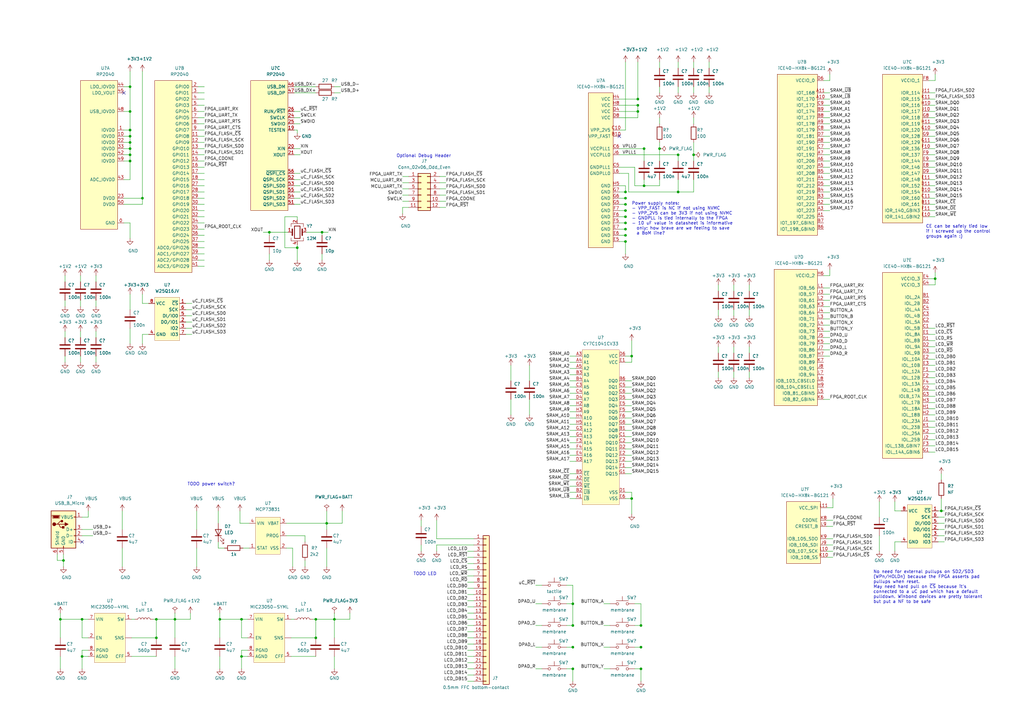
<source format=kicad_sch>
(kicad_sch (version 20210126) (generator eeschema)
  (paper "A3")
  (title_block (title "RISCBoy") (rev "B") (company "Luke Wren"))
  (junction (at 24.765 254) (diameter 0.9144))
  (junction (at 26.035 229.87) (diameter 0.9144))
  (junction (at 33.655 254) (diameter 0.9144))
  (junction (at 33.655 269.24) (diameter 0.9144))
  (junction (at 53.34 35.56) (diameter 0.9144))
  (junction (at 53.34 45.72) (diameter 0.9144))
  (junction (at 53.34 53.34) (diameter 0.9144))
  (junction (at 53.34 55.88) (diameter 0.9144))
  (junction (at 53.34 58.42) (diameter 0.9144))
  (junction (at 53.34 60.96) (diameter 0.9144))
  (junction (at 53.34 63.5) (diameter 0.9144))
  (junction (at 53.34 66.04) (diameter 0.9144))
  (junction (at 58.42 81.28) (diameter 0.9144))
  (junction (at 64.135 254) (diameter 0.9144))
  (junction (at 64.135 261.62) (diameter 0.9144))
  (junction (at 71.755 254) (diameter 0.9144))
  (junction (at 90.17 254) (diameter 0.9144))
  (junction (at 99.06 254) (diameter 0.9144))
  (junction (at 99.06 269.24) (diameter 0.9144))
  (junction (at 110.49 95.25) (diameter 0.9144))
  (junction (at 121.92 101.6) (diameter 0.9144))
  (junction (at 129.54 254) (diameter 0.9144))
  (junction (at 129.54 261.62) (diameter 0.9144))
  (junction (at 132.08 95.25) (diameter 0.9144))
  (junction (at 133.985 214.63) (diameter 0.9144))
  (junction (at 137.16 254) (diameter 0.9144))
  (junction (at 234.95 247.65) (diameter 0.9144))
  (junction (at 234.95 256.54) (diameter 0.9144))
  (junction (at 234.95 265.43) (diameter 0.9144))
  (junction (at 234.95 274.32) (diameter 0.9144))
  (junction (at 256.54 78.74) (diameter 0.9144))
  (junction (at 256.54 81.28) (diameter 0.9144))
  (junction (at 256.54 83.82) (diameter 0.9144))
  (junction (at 256.54 86.36) (diameter 0.9144))
  (junction (at 256.54 88.9) (diameter 0.9144))
  (junction (at 256.54 91.44) (diameter 0.9144))
  (junction (at 256.54 93.98) (diameter 0.9144))
  (junction (at 256.54 96.52) (diameter 0.9144))
  (junction (at 256.54 99.06) (diameter 0.9144))
  (junction (at 259.08 146.05) (diameter 0.9144))
  (junction (at 259.08 204.47) (diameter 0.9144))
  (junction (at 261.62 40.64) (diameter 0.9144))
  (junction (at 261.62 43.18) (diameter 0.9144))
  (junction (at 261.62 45.72) (diameter 0.9144))
  (junction (at 262.89 256.54) (diameter 0.9144))
  (junction (at 262.89 265.43) (diameter 0.9144))
  (junction (at 262.89 274.32) (diameter 0.9144))
  (junction (at 264.16 60.96) (diameter 0.9144))
  (junction (at 264.16 76.2) (diameter 0.9144))
  (junction (at 270.51 60.96) (diameter 0.9144))
  (junction (at 278.13 63.5) (diameter 0.9144))
  (junction (at 278.13 78.74) (diameter 0.9144))
  (junction (at 284.48 63.5) (diameter 0.9144))
  (junction (at 383.54 114.3) (diameter 0.9144))
  (junction (at 386.08 209.55) (diameter 0.9144))
  (no_connect (at 33.655 222.25))
  (no_connect (at 50.8 38.1))
  (no_connect (at 254 55.88))
  (wire (pts (xy 23.495 227.33) (xy 23.495 229.87)))
  (wire (pts (xy 23.495 229.87) (xy 26.035 229.87)))
  (wire (pts (xy 24.765 251.46) (xy 24.765 254)))
  (wire (pts (xy 24.765 254) (xy 24.765 261.62)))
  (wire (pts (xy 24.765 269.24) (xy 24.765 274.32)))
  (wire (pts (xy 26.035 227.33) (xy 26.035 229.87)))
  (wire (pts (xy 26.035 229.87) (xy 26.035 232.41)))
  (wire (pts (xy 26.67 113.03) (xy 26.67 115.57)))
  (wire (pts (xy 26.67 123.19) (xy 26.67 125.73)))
  (wire (pts (xy 26.67 135.89) (xy 26.67 138.43)))
  (wire (pts (xy 26.67 146.05) (xy 26.67 148.59)))
  (wire (pts (xy 33.02 113.03) (xy 33.02 115.57)))
  (wire (pts (xy 33.02 123.19) (xy 33.02 125.73)))
  (wire (pts (xy 33.02 135.89) (xy 33.02 138.43)))
  (wire (pts (xy 33.02 146.05) (xy 33.02 148.59)))
  (wire (pts (xy 33.655 212.09) (xy 36.195 212.09)))
  (wire (pts (xy 33.655 217.17) (xy 38.1 217.17)))
  (wire (pts (xy 33.655 219.71) (xy 38.1 219.71)))
  (wire (pts (xy 33.655 254) (xy 24.765 254)))
  (wire (pts (xy 33.655 254) (xy 36.195 254)))
  (wire (pts (xy 33.655 261.62) (xy 33.655 254)))
  (wire (pts (xy 33.655 266.7) (xy 36.195 266.7)))
  (wire (pts (xy 33.655 269.24) (xy 33.655 266.7)))
  (wire (pts (xy 33.655 269.24) (xy 33.655 274.32)))
  (wire (pts (xy 33.655 269.24) (xy 36.195 269.24)))
  (wire (pts (xy 36.195 209.55) (xy 36.195 212.09)))
  (wire (pts (xy 36.195 261.62) (xy 33.655 261.62)))
  (wire (pts (xy 39.37 113.03) (xy 39.37 115.57)))
  (wire (pts (xy 39.37 123.19) (xy 39.37 125.73)))
  (wire (pts (xy 39.37 135.89) (xy 39.37 138.43)))
  (wire (pts (xy 39.37 146.05) (xy 39.37 148.59)))
  (wire (pts (xy 50.165 209.55) (xy 50.165 217.17)))
  (wire (pts (xy 50.165 224.79) (xy 50.165 232.41)))
  (wire (pts (xy 50.8 35.56) (xy 53.34 35.56)))
  (wire (pts (xy 50.8 45.72) (xy 53.34 45.72)))
  (wire (pts (xy 50.8 53.34) (xy 53.34 53.34)))
  (wire (pts (xy 50.8 55.88) (xy 53.34 55.88)))
  (wire (pts (xy 50.8 58.42) (xy 53.34 58.42)))
  (wire (pts (xy 50.8 60.96) (xy 53.34 60.96)))
  (wire (pts (xy 50.8 63.5) (xy 53.34 63.5)))
  (wire (pts (xy 50.8 66.04) (xy 53.34 66.04)))
  (wire (pts (xy 50.8 73.66) (xy 53.34 73.66)))
  (wire (pts (xy 50.8 91.44) (xy 53.34 91.44)))
  (wire (pts (xy 53.34 29.21) (xy 53.34 35.56)))
  (wire (pts (xy 53.34 45.72) (xy 53.34 35.56)))
  (wire (pts (xy 53.34 53.34) (xy 53.34 45.72)))
  (wire (pts (xy 53.34 55.88) (xy 53.34 53.34)))
  (wire (pts (xy 53.34 58.42) (xy 53.34 55.88)))
  (wire (pts (xy 53.34 60.96) (xy 53.34 58.42)))
  (wire (pts (xy 53.34 63.5) (xy 53.34 60.96)))
  (wire (pts (xy 53.34 66.04) (xy 53.34 63.5)))
  (wire (pts (xy 53.34 73.66) (xy 53.34 66.04)))
  (wire (pts (xy 53.34 91.44) (xy 53.34 97.79)))
  (wire (pts (xy 53.34 120.65) (xy 53.34 127)))
  (wire (pts (xy 53.34 134.62) (xy 53.34 140.97)))
  (wire (pts (xy 53.975 254) (xy 55.245 254)))
  (wire (pts (xy 53.975 261.62) (xy 64.135 261.62)))
  (wire (pts (xy 53.975 269.24) (xy 64.135 269.24)))
  (wire (pts (xy 58.42 29.21) (xy 58.42 81.28)))
  (wire (pts (xy 58.42 81.28) (xy 50.8 81.28)))
  (wire (pts (xy 58.42 81.28) (xy 58.42 83.82)))
  (wire (pts (xy 58.42 83.82) (xy 50.8 83.82)))
  (wire (pts (xy 58.42 120.65) (xy 58.42 124.46)))
  (wire (pts (xy 58.42 137.16) (xy 58.42 140.97)))
  (wire (pts (xy 60.96 124.46) (xy 58.42 124.46)))
  (wire (pts (xy 60.96 137.16) (xy 58.42 137.16)))
  (wire (pts (xy 62.865 254) (xy 64.135 254)))
  (wire (pts (xy 64.135 261.62) (xy 64.135 254)))
  (wire (pts (xy 71.755 251.46) (xy 71.755 254)))
  (wire (pts (xy 71.755 254) (xy 64.135 254)))
  (wire (pts (xy 71.755 254) (xy 71.755 261.62)))
  (wire (pts (xy 71.755 254) (xy 78.105 254)))
  (wire (pts (xy 71.755 269.24) (xy 71.755 274.32)))
  (wire (pts (xy 76.2 124.46) (xy 78.74 124.46)))
  (wire (pts (xy 76.2 127) (xy 78.74 127)))
  (wire (pts (xy 76.2 129.54) (xy 78.74 129.54)))
  (wire (pts (xy 76.2 132.08) (xy 78.74 132.08)))
  (wire (pts (xy 76.2 134.62) (xy 78.74 134.62)))
  (wire (pts (xy 76.2 137.16) (xy 78.74 137.16)))
  (wire (pts (xy 78.105 251.46) (xy 78.105 254)))
  (wire (pts (xy 80.645 209.55) (xy 80.645 217.17)))
  (wire (pts (xy 80.645 224.79) (xy 80.645 232.41)))
  (wire (pts (xy 81.28 35.56) (xy 83.82 35.56)))
  (wire (pts (xy 81.28 38.1) (xy 83.82 38.1)))
  (wire (pts (xy 81.28 40.64) (xy 83.82 40.64)))
  (wire (pts (xy 81.28 43.18) (xy 83.82 43.18)))
  (wire (pts (xy 81.28 45.72) (xy 83.82 45.72)))
  (wire (pts (xy 81.28 48.26) (xy 83.82 48.26)))
  (wire (pts (xy 81.28 50.8) (xy 83.82 50.8)))
  (wire (pts (xy 81.28 53.34) (xy 83.82 53.34)))
  (wire (pts (xy 81.28 55.88) (xy 83.82 55.88)))
  (wire (pts (xy 81.28 58.42) (xy 83.82 58.42)))
  (wire (pts (xy 81.28 60.96) (xy 83.82 60.96)))
  (wire (pts (xy 81.28 63.5) (xy 83.82 63.5)))
  (wire (pts (xy 81.28 66.04) (xy 83.82 66.04)))
  (wire (pts (xy 81.28 68.58) (xy 83.82 68.58)))
  (wire (pts (xy 81.28 71.12) (xy 83.82 71.12)))
  (wire (pts (xy 81.28 73.66) (xy 83.82 73.66)))
  (wire (pts (xy 81.28 76.2) (xy 83.82 76.2)))
  (wire (pts (xy 81.28 78.74) (xy 83.82 78.74)))
  (wire (pts (xy 81.28 81.28) (xy 83.82 81.28)))
  (wire (pts (xy 81.28 83.82) (xy 83.82 83.82)))
  (wire (pts (xy 81.28 86.36) (xy 83.82 86.36)))
  (wire (pts (xy 81.28 88.9) (xy 83.82 88.9)))
  (wire (pts (xy 81.28 91.44) (xy 83.82 91.44)))
  (wire (pts (xy 81.28 93.98) (xy 83.82 93.98)))
  (wire (pts (xy 81.28 96.52) (xy 83.82 96.52)))
  (wire (pts (xy 81.28 99.06) (xy 83.82 99.06)))
  (wire (pts (xy 81.28 101.6) (xy 83.82 101.6)))
  (wire (pts (xy 81.28 104.14) (xy 83.82 104.14)))
  (wire (pts (xy 81.28 106.68) (xy 83.82 106.68)))
  (wire (pts (xy 81.28 109.22) (xy 83.82 109.22)))
  (wire (pts (xy 89.535 209.55) (xy 89.535 214.63)))
  (wire (pts (xy 89.535 224.79) (xy 89.535 222.25)))
  (wire (pts (xy 90.17 251.46) (xy 90.17 254)))
  (wire (pts (xy 90.17 254) (xy 90.17 261.62)))
  (wire (pts (xy 90.17 269.24) (xy 90.17 274.32)))
  (wire (pts (xy 92.075 224.79) (xy 89.535 224.79)))
  (wire (pts (xy 98.425 209.55) (xy 98.425 214.63)))
  (wire (pts (xy 98.425 214.63) (xy 102.235 214.63)))
  (wire (pts (xy 99.06 254) (xy 90.17 254)))
  (wire (pts (xy 99.06 254) (xy 101.6 254)))
  (wire (pts (xy 99.06 261.62) (xy 99.06 254)))
  (wire (pts (xy 99.06 266.7) (xy 101.6 266.7)))
  (wire (pts (xy 99.06 269.24) (xy 99.06 266.7)))
  (wire (pts (xy 99.06 269.24) (xy 99.06 274.32)))
  (wire (pts (xy 99.06 269.24) (xy 101.6 269.24)))
  (wire (pts (xy 99.695 224.79) (xy 102.235 224.79)))
  (wire (pts (xy 101.6 261.62) (xy 99.06 261.62)))
  (wire (pts (xy 107.95 95.25) (xy 110.49 95.25)))
  (wire (pts (xy 110.49 95.25) (xy 118.11 95.25)))
  (wire (pts (xy 110.49 96.52) (xy 110.49 95.25)))
  (wire (pts (xy 110.49 104.14) (xy 110.49 106.68)))
  (wire (pts (xy 116.84 88.9) (xy 116.84 101.6)))
  (wire (pts (xy 116.84 101.6) (xy 121.92 101.6)))
  (wire (pts (xy 117.475 214.63) (xy 133.985 214.63)))
  (wire (pts (xy 117.475 219.71) (xy 125.095 219.71)))
  (wire (pts (xy 117.475 224.79) (xy 120.015 224.79)))
  (wire (pts (xy 119.38 254) (xy 120.65 254)))
  (wire (pts (xy 119.38 261.62) (xy 129.54 261.62)))
  (wire (pts (xy 119.38 269.24) (xy 129.54 269.24)))
  (wire (pts (xy 120.015 224.79) (xy 120.015 232.41)))
  (wire (pts (xy 120.65 35.56) (xy 129.54 35.56)))
  (wire (pts (xy 120.65 38.1) (xy 129.54 38.1)))
  (wire (pts (xy 120.65 45.72) (xy 123.19 45.72)))
  (wire (pts (xy 120.65 48.26) (xy 123.19 48.26)))
  (wire (pts (xy 120.65 50.8) (xy 123.19 50.8)))
  (wire (pts (xy 120.65 53.34) (xy 121.92 53.34)))
  (wire (pts (xy 120.65 60.96) (xy 123.19 60.96)))
  (wire (pts (xy 120.65 63.5) (xy 123.19 63.5)))
  (wire (pts (xy 120.65 71.12) (xy 123.19 71.12)))
  (wire (pts (xy 120.65 73.66) (xy 123.19 73.66)))
  (wire (pts (xy 120.65 76.2) (xy 123.19 76.2)))
  (wire (pts (xy 120.65 78.74) (xy 123.19 78.74)))
  (wire (pts (xy 120.65 81.28) (xy 123.19 81.28)))
  (wire (pts (xy 120.65 83.82) (xy 123.19 83.82)))
  (wire (pts (xy 121.92 53.34) (xy 121.92 54.61)))
  (wire (pts (xy 121.92 88.9) (xy 116.84 88.9)))
  (wire (pts (xy 121.92 90.17) (xy 121.92 88.9)))
  (wire (pts (xy 121.92 100.33) (xy 121.92 101.6)))
  (wire (pts (xy 121.92 101.6) (xy 121.92 106.68)))
  (wire (pts (xy 125.095 219.71) (xy 125.095 222.25)))
  (wire (pts (xy 125.095 229.87) (xy 125.095 232.41)))
  (wire (pts (xy 125.73 95.25) (xy 132.08 95.25)))
  (wire (pts (xy 128.27 254) (xy 129.54 254)))
  (wire (pts (xy 129.54 261.62) (xy 129.54 254)))
  (wire (pts (xy 132.08 95.25) (xy 132.08 96.52)))
  (wire (pts (xy 132.08 95.25) (xy 134.62 95.25)))
  (wire (pts (xy 132.08 104.14) (xy 132.08 106.68)))
  (wire (pts (xy 133.985 209.55) (xy 133.985 214.63)))
  (wire (pts (xy 133.985 214.63) (xy 133.985 217.17)))
  (wire (pts (xy 133.985 214.63) (xy 140.335 214.63)))
  (wire (pts (xy 133.985 224.79) (xy 133.985 232.41)))
  (wire (pts (xy 137.16 35.56) (xy 139.7 35.56)))
  (wire (pts (xy 137.16 38.1) (xy 139.7 38.1)))
  (wire (pts (xy 137.16 251.46) (xy 137.16 254)))
  (wire (pts (xy 137.16 254) (xy 129.54 254)))
  (wire (pts (xy 137.16 254) (xy 137.16 261.62)))
  (wire (pts (xy 137.16 254) (xy 143.51 254)))
  (wire (pts (xy 137.16 269.24) (xy 137.16 274.32)))
  (wire (pts (xy 140.335 209.55) (xy 140.335 214.63)))
  (wire (pts (xy 143.51 251.46) (xy 143.51 254)))
  (wire (pts (xy 165.1 72.39) (xy 167.64 72.39)))
  (wire (pts (xy 165.1 74.93) (xy 167.64 74.93)))
  (wire (pts (xy 165.1 77.47) (xy 167.64 77.47)))
  (wire (pts (xy 165.1 82.55) (xy 167.64 82.55)))
  (wire (pts (xy 165.1 85.09) (xy 165.1 87.63)))
  (wire (pts (xy 167.64 80.01) (xy 165.1 80.01)))
  (wire (pts (xy 167.64 85.09) (xy 165.1 85.09)))
  (wire (pts (xy 172.72 213.36) (xy 172.72 215.9)))
  (wire (pts (xy 172.72 223.52) (xy 172.72 226.06)))
  (wire (pts (xy 179.07 213.36) (xy 179.07 220.98)))
  (wire (pts (xy 179.07 220.98) (xy 194.31 220.98)))
  (wire (pts (xy 179.07 223.52) (xy 179.07 226.06)))
  (wire (pts (xy 180.34 72.39) (xy 182.88 72.39)))
  (wire (pts (xy 180.34 74.93) (xy 182.88 74.93)))
  (wire (pts (xy 180.34 77.47) (xy 182.88 77.47)))
  (wire (pts (xy 180.34 80.01) (xy 182.88 80.01)))
  (wire (pts (xy 180.34 82.55) (xy 182.88 82.55)))
  (wire (pts (xy 180.34 85.09) (xy 182.88 85.09)))
  (wire (pts (xy 191.77 226.06) (xy 194.31 226.06)))
  (wire (pts (xy 191.77 228.6) (xy 194.31 228.6)))
  (wire (pts (xy 191.77 231.14) (xy 194.31 231.14)))
  (wire (pts (xy 191.77 233.68) (xy 194.31 233.68)))
  (wire (pts (xy 191.77 236.22) (xy 194.31 236.22)))
  (wire (pts (xy 191.77 238.76) (xy 194.31 238.76)))
  (wire (pts (xy 191.77 241.3) (xy 194.31 241.3)))
  (wire (pts (xy 191.77 243.84) (xy 194.31 243.84)))
  (wire (pts (xy 191.77 246.38) (xy 194.31 246.38)))
  (wire (pts (xy 191.77 248.92) (xy 194.31 248.92)))
  (wire (pts (xy 191.77 251.46) (xy 194.31 251.46)))
  (wire (pts (xy 191.77 254) (xy 194.31 254)))
  (wire (pts (xy 191.77 256.54) (xy 194.31 256.54)))
  (wire (pts (xy 191.77 259.08) (xy 194.31 259.08)))
  (wire (pts (xy 191.77 261.62) (xy 194.31 261.62)))
  (wire (pts (xy 191.77 264.16) (xy 194.31 264.16)))
  (wire (pts (xy 191.77 266.7) (xy 194.31 266.7)))
  (wire (pts (xy 191.77 269.24) (xy 194.31 269.24)))
  (wire (pts (xy 191.77 271.78) (xy 194.31 271.78)))
  (wire (pts (xy 191.77 274.32) (xy 194.31 274.32)))
  (wire (pts (xy 191.77 276.86) (xy 194.31 276.86)))
  (wire (pts (xy 191.77 279.4) (xy 194.31 279.4)))
  (wire (pts (xy 194.31 223.52) (xy 179.07 223.52)))
  (wire (pts (xy 209.55 149.86) (xy 209.55 156.21)))
  (wire (pts (xy 209.55 163.83) (xy 209.55 170.18)))
  (wire (pts (xy 217.17 149.86) (xy 217.17 156.21)))
  (wire (pts (xy 217.17 163.83) (xy 217.17 170.18)))
  (wire (pts (xy 219.71 240.03) (xy 222.25 240.03)))
  (wire (pts (xy 219.71 247.65) (xy 222.25 247.65)))
  (wire (pts (xy 219.71 256.54) (xy 222.25 256.54)))
  (wire (pts (xy 219.71 265.43) (xy 222.25 265.43)))
  (wire (pts (xy 219.71 274.32) (xy 222.25 274.32)))
  (wire (pts (xy 232.41 240.03) (xy 234.95 240.03)))
  (wire (pts (xy 232.41 247.65) (xy 234.95 247.65)))
  (wire (pts (xy 232.41 256.54) (xy 234.95 256.54)))
  (wire (pts (xy 232.41 265.43) (xy 234.95 265.43)))
  (wire (pts (xy 232.41 274.32) (xy 234.95 274.32)))
  (wire (pts (xy 233.68 146.05) (xy 236.22 146.05)))
  (wire (pts (xy 233.68 148.59) (xy 236.22 148.59)))
  (wire (pts (xy 233.68 151.13) (xy 236.22 151.13)))
  (wire (pts (xy 233.68 153.67) (xy 236.22 153.67)))
  (wire (pts (xy 233.68 156.21) (xy 236.22 156.21)))
  (wire (pts (xy 233.68 158.75) (xy 236.22 158.75)))
  (wire (pts (xy 233.68 161.29) (xy 236.22 161.29)))
  (wire (pts (xy 233.68 163.83) (xy 236.22 163.83)))
  (wire (pts (xy 233.68 166.37) (xy 236.22 166.37)))
  (wire (pts (xy 233.68 168.91) (xy 236.22 168.91)))
  (wire (pts (xy 233.68 171.45) (xy 236.22 171.45)))
  (wire (pts (xy 233.68 173.99) (xy 236.22 173.99)))
  (wire (pts (xy 233.68 176.53) (xy 236.22 176.53)))
  (wire (pts (xy 233.68 179.07) (xy 236.22 179.07)))
  (wire (pts (xy 233.68 181.61) (xy 236.22 181.61)))
  (wire (pts (xy 233.68 184.15) (xy 236.22 184.15)))
  (wire (pts (xy 233.68 186.69) (xy 236.22 186.69)))
  (wire (pts (xy 233.68 189.23) (xy 236.22 189.23)))
  (wire (pts (xy 233.68 194.31) (xy 236.22 194.31)))
  (wire (pts (xy 233.68 196.85) (xy 236.22 196.85)))
  (wire (pts (xy 233.68 199.39) (xy 236.22 199.39)))
  (wire (pts (xy 233.68 201.93) (xy 236.22 201.93)))
  (wire (pts (xy 233.68 204.47) (xy 236.22 204.47)))
  (wire (pts (xy 234.95 240.03) (xy 234.95 247.65)))
  (wire (pts (xy 234.95 247.65) (xy 234.95 274.32)))
  (wire (pts (xy 234.95 274.32) (xy 234.95 279.4)))
  (wire (pts (xy 247.65 247.65) (xy 250.19 247.65)))
  (wire (pts (xy 247.65 256.54) (xy 250.19 256.54)))
  (wire (pts (xy 247.65 265.43) (xy 250.19 265.43)))
  (wire (pts (xy 247.65 274.32) (xy 250.19 274.32)))
  (wire (pts (xy 254 40.64) (xy 261.62 40.64)))
  (wire (pts (xy 254 43.18) (xy 261.62 43.18)))
  (wire (pts (xy 254 45.72) (xy 261.62 45.72)))
  (wire (pts (xy 254 53.34) (xy 256.54 53.34)))
  (wire (pts (xy 254 60.96) (xy 270.51 60.96)))
  (wire (pts (xy 254 63.5) (xy 284.48 63.5)))
  (wire (pts (xy 254 71.12) (xy 257.81 71.12)))
  (wire (pts (xy 254 76.2) (xy 256.54 76.2)))
  (wire (pts (xy 254 78.74) (xy 256.54 78.74)))
  (wire (pts (xy 254 81.28) (xy 256.54 81.28)))
  (wire (pts (xy 254 83.82) (xy 256.54 83.82)))
  (wire (pts (xy 254 86.36) (xy 256.54 86.36)))
  (wire (pts (xy 254 88.9) (xy 256.54 88.9)))
  (wire (pts (xy 254 91.44) (xy 256.54 91.44)))
  (wire (pts (xy 254 93.98) (xy 256.54 93.98)))
  (wire (pts (xy 254 96.52) (xy 256.54 96.52)))
  (wire (pts (xy 254 99.06) (xy 256.54 99.06)))
  (wire (pts (xy 256.54 25.4) (xy 256.54 53.34)))
  (wire (pts (xy 256.54 76.2) (xy 256.54 99.06)))
  (wire (pts (xy 256.54 99.06) (xy 256.54 104.14)))
  (wire (pts (xy 256.54 146.05) (xy 259.08 146.05)))
  (wire (pts (xy 256.54 148.59) (xy 259.08 148.59)))
  (wire (pts (xy 256.54 156.21) (xy 259.08 156.21)))
  (wire (pts (xy 256.54 158.75) (xy 259.08 158.75)))
  (wire (pts (xy 256.54 161.29) (xy 259.08 161.29)))
  (wire (pts (xy 256.54 163.83) (xy 259.08 163.83)))
  (wire (pts (xy 256.54 166.37) (xy 259.08 166.37)))
  (wire (pts (xy 256.54 168.91) (xy 259.08 168.91)))
  (wire (pts (xy 256.54 171.45) (xy 259.08 171.45)))
  (wire (pts (xy 256.54 173.99) (xy 259.08 173.99)))
  (wire (pts (xy 256.54 176.53) (xy 259.08 176.53)))
  (wire (pts (xy 256.54 179.07) (xy 259.08 179.07)))
  (wire (pts (xy 256.54 181.61) (xy 259.08 181.61)))
  (wire (pts (xy 256.54 184.15) (xy 259.08 184.15)))
  (wire (pts (xy 256.54 186.69) (xy 259.08 186.69)))
  (wire (pts (xy 256.54 189.23) (xy 259.08 189.23)))
  (wire (pts (xy 256.54 191.77) (xy 259.08 191.77)))
  (wire (pts (xy 256.54 194.31) (xy 259.08 194.31)))
  (wire (pts (xy 256.54 201.93) (xy 259.08 201.93)))
  (wire (pts (xy 256.54 204.47) (xy 259.08 204.47)))
  (wire (pts (xy 257.81 71.12) (xy 257.81 78.74)))
  (wire (pts (xy 257.81 78.74) (xy 278.13 78.74)))
  (wire (pts (xy 259.08 139.7) (xy 259.08 146.05)))
  (wire (pts (xy 259.08 146.05) (xy 259.08 148.59)))
  (wire (pts (xy 259.08 201.93) (xy 259.08 204.47)))
  (wire (pts (xy 259.08 204.47) (xy 259.08 210.82)))
  (wire (pts (xy 260.35 68.58) (xy 254 68.58)))
  (wire (pts (xy 260.35 76.2) (xy 260.35 68.58)))
  (wire (pts (xy 260.35 247.65) (xy 262.89 247.65)))
  (wire (pts (xy 260.35 256.54) (xy 262.89 256.54)))
  (wire (pts (xy 260.35 265.43) (xy 262.89 265.43)))
  (wire (pts (xy 260.35 274.32) (xy 262.89 274.32)))
  (wire (pts (xy 261.62 25.4) (xy 261.62 43.18)))
  (wire (pts (xy 261.62 45.72) (xy 261.62 43.18)))
  (wire (pts (xy 261.62 45.72) (xy 261.62 48.26)))
  (wire (pts (xy 261.62 48.26) (xy 254 48.26)))
  (wire (pts (xy 262.89 247.65) (xy 262.89 274.32)))
  (wire (pts (xy 262.89 274.32) (xy 262.89 279.4)))
  (wire (pts (xy 264.16 60.96) (xy 264.16 66.04)))
  (wire (pts (xy 264.16 73.66) (xy 264.16 76.2)))
  (wire (pts (xy 264.16 76.2) (xy 260.35 76.2)))
  (wire (pts (xy 270.51 25.4) (xy 270.51 27.94)))
  (wire (pts (xy 270.51 35.56) (xy 270.51 38.1)))
  (wire (pts (xy 270.51 48.26) (xy 270.51 50.8)))
  (wire (pts (xy 270.51 58.42) (xy 270.51 60.96)))
  (wire (pts (xy 270.51 60.96) (xy 270.51 66.04)))
  (wire (pts (xy 270.51 73.66) (xy 270.51 76.2)))
  (wire (pts (xy 270.51 76.2) (xy 264.16 76.2)))
  (wire (pts (xy 278.13 25.4) (xy 278.13 27.94)))
  (wire (pts (xy 278.13 35.56) (xy 278.13 38.1)))
  (wire (pts (xy 278.13 63.5) (xy 278.13 66.04)))
  (wire (pts (xy 278.13 78.74) (xy 278.13 73.66)))
  (wire (pts (xy 278.13 78.74) (xy 284.48 78.74)))
  (wire (pts (xy 284.48 25.4) (xy 284.48 27.94)))
  (wire (pts (xy 284.48 35.56) (xy 284.48 38.1)))
  (wire (pts (xy 284.48 48.26) (xy 284.48 50.8)))
  (wire (pts (xy 284.48 58.42) (xy 284.48 63.5)))
  (wire (pts (xy 284.48 63.5) (xy 284.48 66.04)))
  (wire (pts (xy 284.48 78.74) (xy 284.48 73.66)))
  (wire (pts (xy 290.83 25.4) (xy 290.83 27.94)))
  (wire (pts (xy 290.83 35.56) (xy 290.83 38.1)))
  (wire (pts (xy 294.64 116.84) (xy 294.64 119.38)))
  (wire (pts (xy 294.64 127) (xy 294.64 129.54)))
  (wire (pts (xy 294.64 142.24) (xy 294.64 144.78)))
  (wire (pts (xy 294.64 152.4) (xy 294.64 154.94)))
  (wire (pts (xy 300.99 116.84) (xy 300.99 119.38)))
  (wire (pts (xy 300.99 127) (xy 300.99 129.54)))
  (wire (pts (xy 300.99 142.24) (xy 300.99 144.78)))
  (wire (pts (xy 300.99 152.4) (xy 300.99 154.94)))
  (wire (pts (xy 307.34 116.84) (xy 307.34 119.38)))
  (wire (pts (xy 307.34 127) (xy 307.34 129.54)))
  (wire (pts (xy 307.34 142.24) (xy 307.34 144.78)))
  (wire (pts (xy 307.34 152.4) (xy 307.34 154.94)))
  (wire (pts (xy 337.82 33.02) (xy 340.36 33.02)))
  (wire (pts (xy 337.82 118.11) (xy 340.36 118.11)))
  (wire (pts (xy 337.82 120.65) (xy 340.36 120.65)))
  (wire (pts (xy 337.82 123.19) (xy 340.36 123.19)))
  (wire (pts (xy 337.82 125.73) (xy 340.36 125.73)))
  (wire (pts (xy 337.82 163.83) (xy 340.36 163.83)))
  (wire (pts (xy 339.09 208.28) (xy 341.63 208.28)))
  (wire (pts (xy 339.09 213.36) (xy 341.63 213.36)))
  (wire (pts (xy 339.09 215.9) (xy 341.63 215.9)))
  (wire (pts (xy 339.09 220.98) (xy 341.63 220.98)))
  (wire (pts (xy 339.09 223.52) (xy 341.63 223.52)))
  (wire (pts (xy 339.09 226.06) (xy 341.63 226.06)))
  (wire (pts (xy 339.09 228.6) (xy 341.63 228.6)))
  (wire (pts (xy 340.36 30.48) (xy 340.36 33.02)))
  (wire (pts (xy 340.36 38.1) (xy 337.82 38.1)))
  (wire (pts (xy 340.36 40.64) (xy 337.82 40.64)))
  (wire (pts (xy 340.36 43.18) (xy 337.82 43.18)))
  (wire (pts (xy 340.36 45.72) (xy 337.82 45.72)))
  (wire (pts (xy 340.36 48.26) (xy 337.82 48.26)))
  (wire (pts (xy 340.36 50.8) (xy 337.82 50.8)))
  (wire (pts (xy 340.36 53.34) (xy 337.82 53.34)))
  (wire (pts (xy 340.36 55.88) (xy 337.82 55.88)))
  (wire (pts (xy 340.36 58.42) (xy 337.82 58.42)))
  (wire (pts (xy 340.36 60.96) (xy 337.82 60.96)))
  (wire (pts (xy 340.36 63.5) (xy 337.82 63.5)))
  (wire (pts (xy 340.36 66.04) (xy 337.82 66.04)))
  (wire (pts (xy 340.36 68.58) (xy 337.82 68.58)))
  (wire (pts (xy 340.36 71.12) (xy 337.82 71.12)))
  (wire (pts (xy 340.36 73.66) (xy 337.82 73.66)))
  (wire (pts (xy 340.36 76.2) (xy 337.82 76.2)))
  (wire (pts (xy 340.36 78.74) (xy 337.82 78.74)))
  (wire (pts (xy 340.36 81.28) (xy 337.82 81.28)))
  (wire (pts (xy 340.36 83.82) (xy 337.82 83.82)))
  (wire (pts (xy 340.36 86.36) (xy 337.82 86.36)))
  (wire (pts (xy 340.36 110.49) (xy 340.36 113.03)))
  (wire (pts (xy 340.36 113.03) (xy 337.82 113.03)))
  (wire (pts (xy 340.36 128.27) (xy 337.82 128.27)))
  (wire (pts (xy 340.36 130.81) (xy 337.82 130.81)))
  (wire (pts (xy 340.36 133.35) (xy 337.82 133.35)))
  (wire (pts (xy 340.36 135.89) (xy 337.82 135.89)))
  (wire (pts (xy 340.36 138.43) (xy 337.82 138.43)))
  (wire (pts (xy 340.36 140.97) (xy 337.82 140.97)))
  (wire (pts (xy 340.36 143.51) (xy 337.82 143.51)))
  (wire (pts (xy 340.36 146.05) (xy 337.82 146.05)))
  (wire (pts (xy 341.63 204.47) (xy 341.63 208.28)))
  (wire (pts (xy 360.68 205.74) (xy 360.68 212.09)))
  (wire (pts (xy 360.68 219.71) (xy 360.68 226.06)))
  (wire (pts (xy 367.03 205.74) (xy 367.03 209.55)))
  (wire (pts (xy 367.03 222.25) (xy 367.03 226.06)))
  (wire (pts (xy 369.57 209.55) (xy 367.03 209.55)))
  (wire (pts (xy 369.57 222.25) (xy 367.03 222.25)))
  (wire (pts (xy 381 38.1) (xy 383.54 38.1)))
  (wire (pts (xy 381 40.64) (xy 383.54 40.64)))
  (wire (pts (xy 381 43.18) (xy 383.54 43.18)))
  (wire (pts (xy 381 45.72) (xy 383.54 45.72)))
  (wire (pts (xy 381 48.26) (xy 383.54 48.26)))
  (wire (pts (xy 381 50.8) (xy 383.54 50.8)))
  (wire (pts (xy 381 53.34) (xy 383.54 53.34)))
  (wire (pts (xy 381 55.88) (xy 383.54 55.88)))
  (wire (pts (xy 381 58.42) (xy 383.54 58.42)))
  (wire (pts (xy 381 60.96) (xy 383.54 60.96)))
  (wire (pts (xy 381 63.5) (xy 383.54 63.5)))
  (wire (pts (xy 381 66.04) (xy 383.54 66.04)))
  (wire (pts (xy 381 68.58) (xy 383.54 68.58)))
  (wire (pts (xy 381 71.12) (xy 383.54 71.12)))
  (wire (pts (xy 381 73.66) (xy 383.54 73.66)))
  (wire (pts (xy 381 76.2) (xy 383.54 76.2)))
  (wire (pts (xy 381 78.74) (xy 383.54 78.74)))
  (wire (pts (xy 381 81.28) (xy 383.54 81.28)))
  (wire (pts (xy 381 114.3) (xy 383.54 114.3)))
  (wire (pts (xy 383.54 30.48) (xy 383.54 33.02)))
  (wire (pts (xy 383.54 33.02) (xy 381 33.02)))
  (wire (pts (xy 383.54 83.82) (xy 381 83.82)))
  (wire (pts (xy 383.54 86.36) (xy 381 86.36)))
  (wire (pts (xy 383.54 88.9) (xy 381 88.9)))
  (wire (pts (xy 383.54 111.76) (xy 383.54 114.3)))
  (wire (pts (xy 383.54 114.3) (xy 383.54 116.84)))
  (wire (pts (xy 383.54 116.84) (xy 381 116.84)))
  (wire (pts (xy 383.54 134.62) (xy 381 134.62)))
  (wire (pts (xy 383.54 137.16) (xy 381 137.16)))
  (wire (pts (xy 383.54 139.7) (xy 381 139.7)))
  (wire (pts (xy 383.54 142.24) (xy 381 142.24)))
  (wire (pts (xy 383.54 144.78) (xy 381 144.78)))
  (wire (pts (xy 383.54 147.32) (xy 381 147.32)))
  (wire (pts (xy 383.54 149.86) (xy 381 149.86)))
  (wire (pts (xy 383.54 152.4) (xy 381 152.4)))
  (wire (pts (xy 383.54 154.94) (xy 381 154.94)))
  (wire (pts (xy 383.54 157.48) (xy 381 157.48)))
  (wire (pts (xy 383.54 160.02) (xy 381 160.02)))
  (wire (pts (xy 383.54 162.56) (xy 381 162.56)))
  (wire (pts (xy 383.54 165.1) (xy 381 165.1)))
  (wire (pts (xy 383.54 167.64) (xy 381 167.64)))
  (wire (pts (xy 383.54 170.18) (xy 381 170.18)))
  (wire (pts (xy 383.54 172.72) (xy 381 172.72)))
  (wire (pts (xy 383.54 175.26) (xy 381 175.26)))
  (wire (pts (xy 383.54 177.8) (xy 381 177.8)))
  (wire (pts (xy 383.54 180.34) (xy 381 180.34)))
  (wire (pts (xy 383.54 182.88) (xy 381 182.88)))
  (wire (pts (xy 383.54 185.42) (xy 381 185.42)))
  (wire (pts (xy 384.81 209.55) (xy 386.08 209.55)))
  (wire (pts (xy 384.81 212.09) (xy 387.35 212.09)))
  (wire (pts (xy 384.81 214.63) (xy 387.35 214.63)))
  (wire (pts (xy 384.81 217.17) (xy 387.35 217.17)))
  (wire (pts (xy 384.81 219.71) (xy 387.35 219.71)))
  (wire (pts (xy 384.81 222.25) (xy 387.35 222.25)))
  (wire (pts (xy 386.08 194.31) (xy 386.08 196.85)))
  (wire (pts (xy 386.08 204.47) (xy 386.08 209.55)))
  (wire (pts (xy 386.08 209.55) (xy 387.35 209.55)))
  (text "TODO power switch?" (at 76.835 199.39 0) (effects (font (size 1.27 1.27)) (justify left bottom)))
  (text "Optional Debug Header\n" (at 162.56 64.77 0) (effects (font (size 1.27 1.27)) (justify left bottom)))
  (text "TODO LED" (at 179.07 236.22 180) (effects (font (size 1.27 1.27)) (justify right bottom)))
  (text "Power supply notes:\n- VPP_FAST is NC if not using NVMC\n- VPP_2V5 can be 3V3 if not using NVMC\n- GNDPLL is tied internally to the FPGA\n- 10 uF value in datasheet is informative\n  only; how brave are we feeling to save\n  a BoM line?" (at 259.08 96.52 0) (effects (font (size 1.27 1.27)) (justify left bottom)))
  (text "No need for external pullups on SD2/SD3\n(WPn/HOLDn) because the FPGA asserts pad\npullups when reset.\nMay need hard pull on ~CS~ because it's\nconnected to a uC pad which has a default\npulldown. Winbond devices are pretty tolerant\nbut put a NF to be safe" (at 358.14 247.65 0) (effects (font (size 1.27 1.27)) (justify left bottom)))
  (text "CE can be safely tied low\nif I screwed up the control\ngroups again :)\n" (at 379.73 97.79 0) (effects (font (size 1.27 1.27)) (justify left bottom)))
  (label "USB_D+" (at 38.1 217.17 0))
  (label "USB_D-" (at 38.1 219.71 0))
  (label "uC_FLASH_~CS~" (at 78.74 124.46 0))
  (label "uC_FLASH_SCK" (at 78.74 127 0))
  (label "uC_FLASH_SD0" (at 78.74 129.54 0))
  (label "uC_FLASH_SD1" (at 78.74 132.08 0))
  (label "uC_FLASH_SD2" (at 78.74 134.62 0))
  (label "uC_FLASH_SD3" (at 78.74 137.16 0))
  (label "FPGA_UART_RX" (at 83.82 45.72 0))
  (label "FPGA_UART_TX" (at 83.82 48.26 0))
  (label "FPGA_UART_RTS" (at 83.82 50.8 0))
  (label "FPGA_UART_CTS" (at 83.82 53.34 0))
  (label "FPGA_FLASH_~CS~" (at 83.82 55.88 0))
  (label "FPGA_FLASH_SCK" (at 83.82 58.42 0))
  (label "FPGA_FLASH_SD0" (at 83.82 60.96 0))
  (label "FPGA_FLASH_SD1" (at 83.82 63.5 0))
  (label "FPGA_CDONE" (at 83.82 66.04 0))
  (label "FPGA_~RST~" (at 83.82 68.58 0))
  (label "FPGA_ROOT_CLK" (at 83.82 93.98 0))
  (label "XOUT" (at 107.95 95.25 180))
  (label "USB_DX-" (at 120.65 35.56 0))
  (label "USB_DX+" (at 120.65 38.1 0))
  (label "uC_~RST~" (at 123.19 45.72 0))
  (label "SWCLK" (at 123.19 48.26 0))
  (label "SWDIO" (at 123.19 50.8 0))
  (label "XIN" (at 123.19 60.96 0))
  (label "XOUT" (at 123.19 63.5 0))
  (label "uC_FLASH_~CS~" (at 123.19 71.12 0))
  (label "uC_FLASH_SCK" (at 123.19 73.66 0))
  (label "uC_FLASH_SD0" (at 123.19 76.2 0))
  (label "uC_FLASH_SD1" (at 123.19 78.74 0))
  (label "uC_FLASH_SD2" (at 123.19 81.28 0))
  (label "uC_FLASH_SD3" (at 123.19 83.82 0))
  (label "XIN" (at 134.62 95.25 0))
  (label "USB_D-" (at 139.7 35.56 0))
  (label "USB_D+" (at 139.7 38.1 0))
  (label "FPGA_UART_TX" (at 165.1 72.39 180))
  (label "MCU_UART_RX" (at 165.1 74.93 180))
  (label "MCU_UART_TX" (at 165.1 77.47 180))
  (label "SWDIO" (at 165.1 80.01 180))
  (label "SWCLK" (at 165.1 82.55 180))
  (label "FPGA_FLASH_~CS~" (at 182.88 72.39 0))
  (label "FPGA_FLASH_SCK" (at 182.88 74.93 0))
  (label "FPGA_FLASH_SD0" (at 182.88 77.47 0))
  (label "FPGA_FLASH_SD1" (at 182.88 80.01 0))
  (label "FPGA_CDONE" (at 182.88 82.55 0))
  (label "FPGA_~RST~" (at 182.88 85.09 0))
  (label "LCD_LED" (at 191.77 226.06 180))
  (label "LCD_~RST~" (at 191.77 228.6 180))
  (label "LCD_~CS~" (at 191.77 231.14 180))
  (label "LCD_RS" (at 191.77 233.68 180))
  (label "LCD_~WR~" (at 191.77 236.22 180))
  (label "LCD_~RD~" (at 191.77 238.76 180))
  (label "LCD_DB0" (at 191.77 241.3 180))
  (label "LCD_DB1" (at 191.77 243.84 180))
  (label "LCD_DB2" (at 191.77 246.38 180))
  (label "LCD_DB3" (at 191.77 248.92 180))
  (label "LCD_DB4" (at 191.77 251.46 180))
  (label "LCD_DB5" (at 191.77 254 180))
  (label "LCD_DB6" (at 191.77 256.54 180))
  (label "LCD_DB7" (at 191.77 259.08 180))
  (label "LCD_DB8" (at 191.77 261.62 180))
  (label "LCD_DB9" (at 191.77 264.16 180))
  (label "LCD_DB10" (at 191.77 266.7 180))
  (label "LCD_DB11" (at 191.77 269.24 180))
  (label "LCD_DB12" (at 191.77 271.78 180))
  (label "LCD_DB13" (at 191.77 274.32 180))
  (label "LCD_DB14" (at 191.77 276.86 180))
  (label "LCD_DB15" (at 191.77 279.4 180))
  (label "uC_~RST~" (at 219.71 240.03 180))
  (label "DPAD_U" (at 219.71 247.65 180))
  (label "DPAD_D" (at 219.71 256.54 180))
  (label "DPAD_L" (at 219.71 265.43 180))
  (label "DPAD_R" (at 219.71 274.32 180))
  (label "SRAM_A0" (at 233.68 146.05 180))
  (label "SRAM_A1" (at 233.68 148.59 180))
  (label "SRAM_A2" (at 233.68 151.13 180))
  (label "SRAM_A3" (at 233.68 153.67 180))
  (label "SRAM_A4" (at 233.68 156.21 180))
  (label "SRAM_A5" (at 233.68 158.75 180))
  (label "SRAM_A6" (at 233.68 161.29 180))
  (label "SRAM_A7" (at 233.68 163.83 180))
  (label "SRAM_A8" (at 233.68 166.37 180))
  (label "SRAM_A9" (at 233.68 168.91 180))
  (label "SRAM_A10" (at 233.68 171.45 180))
  (label "SRAM_A11" (at 233.68 173.99 180))
  (label "SRAM_A12" (at 233.68 176.53 180))
  (label "SRAM_A13" (at 233.68 179.07 180))
  (label "SRAM_A14" (at 233.68 181.61 180))
  (label "SRAM_A15" (at 233.68 184.15 180))
  (label "SRAM_A16" (at 233.68 186.69 180))
  (label "SRAM_A17" (at 233.68 189.23 180))
  (label "SRAM_~CE~" (at 233.68 194.31 180))
  (label "SRAM_~OE~" (at 233.68 196.85 180))
  (label "SRAM_~WE~" (at 233.68 199.39 180))
  (label "SRAM_~UB~" (at 233.68 201.93 180))
  (label "SRAM_~LB~" (at 233.68 204.47 180))
  (label "BUTTON_A" (at 247.65 247.65 180))
  (label "BUTTON_B" (at 247.65 256.54 180))
  (label "BUTTON_X" (at 247.65 265.43 180))
  (label "BUTTON_Y" (at 247.65 274.32 180))
  (label "VPLL0" (at 255.27 60.96 0))
  (label "VPLL1" (at 255.27 63.5 0))
  (label "SRAM_DQ0" (at 259.08 156.21 0))
  (label "SRAM_DQ1" (at 259.08 158.75 0))
  (label "SRAM_DQ2" (at 259.08 161.29 0))
  (label "SRAM_DQ3" (at 259.08 163.83 0))
  (label "SRAM_DQ4" (at 259.08 166.37 0))
  (label "SRAM_DQ5" (at 259.08 168.91 0))
  (label "SRAM_DQ6" (at 259.08 171.45 0))
  (label "SRAM_DQ7" (at 259.08 173.99 0))
  (label "SRAM_DQ8" (at 259.08 176.53 0))
  (label "SRAM_DQ9" (at 259.08 179.07 0))
  (label "SRAM_DQ10" (at 259.08 181.61 0))
  (label "SRAM_DQ11" (at 259.08 184.15 0))
  (label "SRAM_DQ12" (at 259.08 186.69 0))
  (label "SRAM_DQ13" (at 259.08 189.23 0))
  (label "SRAM_DQ14" (at 259.08 191.77 0))
  (label "SRAM_DQ15" (at 259.08 194.31 0))
  (label "SRAM_~UB~" (at 340.36 38.1 0))
  (label "SRAM_~LB~" (at 340.36 40.64 0))
  (label "SRAM_A0" (at 340.36 43.18 0))
  (label "SRAM_A1" (at 340.36 45.72 0))
  (label "SRAM_A2" (at 340.36 48.26 0))
  (label "SRAM_A3" (at 340.36 50.8 0))
  (label "SRAM_A4" (at 340.36 53.34 0))
  (label "SRAM_A5" (at 340.36 55.88 0))
  (label "SRAM_A6" (at 340.36 58.42 0))
  (label "SRAM_A7" (at 340.36 60.96 0))
  (label "SRAM_A8" (at 340.36 63.5 0))
  (label "SRAM_A9" (at 340.36 66.04 0))
  (label "SRAM_A10" (at 340.36 68.58 0))
  (label "SRAM_A11" (at 340.36 71.12 0))
  (label "SRAM_A12" (at 340.36 73.66 0))
  (label "SRAM_A13" (at 340.36 76.2 0))
  (label "SRAM_A14" (at 340.36 78.74 0))
  (label "SRAM_A15" (at 340.36 81.28 0))
  (label "SRAM_A16" (at 340.36 83.82 0))
  (label "SRAM_A17" (at 340.36 86.36 0))
  (label "FPGA_UART_RX" (at 340.36 118.11 0))
  (label "FPGA_UART_TX" (at 340.36 120.65 0))
  (label "FPGA_UART_RTS" (at 340.36 123.19 0))
  (label "FPGA_UART_CTS" (at 340.36 125.73 0))
  (label "BUTTON_A" (at 340.36 128.27 0))
  (label "BUTTON_B" (at 340.36 130.81 0))
  (label "BUTTON_X" (at 340.36 133.35 0))
  (label "BUTTON_Y" (at 340.36 135.89 0))
  (label "DPAD_U" (at 340.36 138.43 0))
  (label "DPAD_D" (at 340.36 140.97 0))
  (label "DPAD_L" (at 340.36 143.51 0))
  (label "DPAD_R" (at 340.36 146.05 0))
  (label "FPGA_ROOT_CLK" (at 340.36 163.83 0))
  (label "FPGA_CDONE" (at 341.63 213.36 0))
  (label "FPGA_~RST~" (at 341.63 215.9 0))
  (label "FPGA_FLASH_SD0" (at 341.63 220.98 0))
  (label "FPGA_FLASH_SD1" (at 341.63 223.52 0))
  (label "FPGA_FLASH_SCK" (at 341.63 226.06 0))
  (label "FPGA_FLASH_~CS~" (at 341.63 228.6 0))
  (label "FPGA_FLASH_SD2" (at 383.54 38.1 0))
  (label "FPGA_FLASH_SD3" (at 383.54 40.64 0))
  (label "SRAM_DQ0" (at 383.54 43.18 0))
  (label "SRAM_DQ1" (at 383.54 45.72 0))
  (label "SRAM_DQ2" (at 383.54 48.26 0))
  (label "SRAM_DQ3" (at 383.54 50.8 0))
  (label "SRAM_DQ4" (at 383.54 53.34 0))
  (label "SRAM_DQ5" (at 383.54 55.88 0))
  (label "SRAM_DQ6" (at 383.54 58.42 0))
  (label "SRAM_DQ7" (at 383.54 60.96 0))
  (label "SRAM_DQ8" (at 383.54 63.5 0))
  (label "SRAM_DQ9" (at 383.54 66.04 0))
  (label "SRAM_DQ10" (at 383.54 68.58 0))
  (label "SRAM_DQ11" (at 383.54 71.12 0))
  (label "SRAM_DQ12" (at 383.54 73.66 0))
  (label "SRAM_DQ13" (at 383.54 76.2 0))
  (label "SRAM_DQ14" (at 383.54 78.74 0))
  (label "SRAM_DQ15" (at 383.54 81.28 0))
  (label "SRAM_~CE~" (at 383.54 83.82 0))
  (label "SRAM_~OE~" (at 383.54 86.36 0))
  (label "SRAM_~WE~" (at 383.54 88.9 0))
  (label "LCD_~RST~" (at 383.54 134.62 0))
  (label "LCD_~CS~" (at 383.54 137.16 0))
  (label "LCD_RS" (at 383.54 139.7 0))
  (label "LCD_~WR~" (at 383.54 142.24 0))
  (label "LCD_~RD~" (at 383.54 144.78 0))
  (label "LCD_DB0" (at 383.54 147.32 0))
  (label "LCD_DB1" (at 383.54 149.86 0))
  (label "LCD_DB2" (at 383.54 152.4 0))
  (label "LCD_DB3" (at 383.54 154.94 0))
  (label "LCD_DB4" (at 383.54 157.48 0))
  (label "LCD_DB5" (at 383.54 160.02 0))
  (label "LCD_DB6" (at 383.54 162.56 0))
  (label "LCD_DB7" (at 383.54 165.1 0))
  (label "LCD_DB8" (at 383.54 167.64 0))
  (label "LCD_DB9" (at 383.54 170.18 0))
  (label "LCD_DB10" (at 383.54 172.72 0))
  (label "LCD_DB11" (at 383.54 175.26 0))
  (label "LCD_DB12" (at 383.54 177.8 0))
  (label "LCD_DB13" (at 383.54 180.34 0))
  (label "LCD_DB14" (at 383.54 182.88 0))
  (label "LCD_DB15" (at 383.54 185.42 0))
  (label "FPGA_FLASH_~CS~" (at 387.35 209.55 0))
  (label "FPGA_FLASH_SCK" (at 387.35 212.09 0))
  (label "FPGA_FLASH_SD0" (at 387.35 214.63 0))
  (label "FPGA_FLASH_SD1" (at 387.35 217.17 0))
  (label "FPGA_FLASH_SD2" (at 387.35 219.71 0))
  (label "FPGA_FLASH_SD3" (at 387.35 222.25 0))
  (symbol (lib_id "power:PWR_FLAG") (at 71.755 251.46 0) (unit 1)
    (property "Reference" "#FLG?" (effects hide))
    (property "Value" "PWR_FLAG" (at 71.755 246.38 0))
  )
  (symbol (lib_id "power:PWR_FLAG") (at 133.985 209.55 0) (unit 1)
    (property "Reference" "#FLG?" (effects hide))
    (property "Value" "PWR_FLAG" (at 133.985 203.835 0))
  )
  (symbol (lib_id "power:PWR_FLAG") (at 137.16 251.46 0) (unit 1)
    (property "Reference" "#FLG?" (effects hide))
    (property "Value" "PWR_FLAG" (at 137.16 246.38 0))
  )
  (symbol (lib_id "power:PWR_FLAG") (at 270.51 60.96 270) (unit 1)
    (property "Reference" "#FLG?" (effects hide))
    (property "Value" "PWR_FLAG" (at 274.32 60.96 90) (effects (justify left)))
  )
  (symbol (lib_id "power:PWR_FLAG") (at 284.48 63.5 270) (unit 1)
    (property "Reference" "#FLG?" (effects hide))
    (property "Value" "PWR_FLAG" (at 288.29 63.5 90) (effects (justify left)))
  )
  (symbol (lib_id "power:+BATT") (at 24.765 251.46 0) (unit 1)
    (property "Reference" "#PWR?" (effects hide))
    (property "Value" "+BATT" (at 24.765 247.65 0))
  )
  (symbol (lib_id "power:+1V2") (at 26.67 113.03 0) (unit 1)
    (property "Reference" "#PWR?" (effects hide))
    (property "Value" "+1V2" (at 26.67 109.22 0))
  )
  (symbol (lib_id "power:+3V3") (at 26.67 135.89 0) (unit 1)
    (property "Reference" "#PWR?" (effects hide))
    (property "Value" "+3V3" (at 26.67 132.08 0))
  )
  (symbol (lib_id "power:+1V2") (at 33.02 113.03 0) (unit 1)
    (property "Reference" "#PWR?" (effects hide))
    (property "Value" "+1V2" (at 33.02 109.22 0))
  )
  (symbol (lib_id "power:+3V3") (at 33.02 135.89 0) (unit 1)
    (property "Reference" "#PWR?" (effects hide))
    (property "Value" "+3V3" (at 33.02 132.08 0))
  )
  (symbol (lib_id "power:VBUS") (at 36.195 209.55 0) (unit 1)
    (property "Reference" "#PWR?" (effects hide))
    (property "Value" "VBUS" (at 37.465 204.47 0))
  )
  (symbol (lib_id "power:+3V3") (at 39.37 113.03 0) (unit 1)
    (property "Reference" "#PWR?" (effects hide))
    (property "Value" "+3V3" (at 39.37 109.22 0))
  )
  (symbol (lib_id "power:+3V3") (at 39.37 135.89 0) (unit 1)
    (property "Reference" "#PWR?" (effects hide))
    (property "Value" "+3V3" (at 39.37 132.08 0))
  )
  (symbol (lib_id "power:VBUS") (at 50.165 209.55 0) (unit 1)
    (property "Reference" "#PWR?" (effects hide))
    (property "Value" "VBUS" (at 51.435 204.47 0))
  )
  (symbol (lib_id "power:+3V3") (at 53.34 29.21 0) (unit 1)
    (property "Reference" "#PWR?" (effects hide))
    (property "Value" "+3V3" (at 54.61 24.13 0))
  )
  (symbol (lib_id "power:+3V3") (at 53.34 120.65 0) (unit 1)
    (property "Reference" "#PWR?" (effects hide))
    (property "Value" "+3V3" (at 53.34 116.84 0))
  )
  (symbol (lib_id "power:+1V2") (at 58.42 29.21 0) (unit 1)
    (property "Reference" "#PWR?" (effects hide))
    (property "Value" "+1V2" (at 59.69 24.13 0))
  )
  (symbol (lib_id "power:+3V3") (at 58.42 120.65 0) (unit 1)
    (property "Reference" "#PWR?" (effects hide))
    (property "Value" "+3V3" (at 58.42 116.84 0))
  )
  (symbol (lib_id "power:+1V2") (at 78.105 251.46 0) (unit 1)
    (property "Reference" "#PWR?" (effects hide))
    (property "Value" "+1V2" (at 79.375 246.38 0))
  )
  (symbol (lib_id "power:VBUS") (at 80.645 209.55 0) (unit 1)
    (property "Reference" "#PWR?" (effects hide))
    (property "Value" "VBUS" (at 80.645 204.47 0))
  )
  (symbol (lib_id "power:VBUS") (at 89.535 209.55 0) (unit 1)
    (property "Reference" "#PWR?" (effects hide))
    (property "Value" "VBUS" (at 89.535 204.47 0))
  )
  (symbol (lib_id "power:+BATT") (at 90.17 251.46 0) (unit 1)
    (property "Reference" "#PWR?" (effects hide))
    (property "Value" "+BATT" (at 90.17 247.65 0))
  )
  (symbol (lib_id "power:VBUS") (at 98.425 209.55 0) (unit 1)
    (property "Reference" "#PWR?" (effects hide))
    (property "Value" "VBUS" (at 98.425 204.47 0))
  )
  (symbol (lib_id "power:+BATT") (at 140.335 209.55 0) (unit 1)
    (property "Reference" "#PWR?" (effects hide))
    (property "Value" "+BATT" (at 141.605 203.835 0))
  )
  (symbol (lib_id "power:+3V3") (at 143.51 251.46 0) (unit 1)
    (property "Reference" "#PWR?" (effects hide))
    (property "Value" "+3V3" (at 144.145 246.38 0))
  )
  (symbol (lib_id "power:+3V3") (at 172.72 213.36 0) (unit 1)
    (property "Reference" "#PWR?" (effects hide))
    (property "Value" "+3V3" (at 173.99 208.28 0))
  )
  (symbol (lib_id "power:+3V3") (at 179.07 213.36 0) (unit 1)
    (property "Reference" "#PWR?" (effects hide))
    (property "Value" "+3V3" (at 180.34 208.28 0))
  )
  (symbol (lib_id "power:+3V3") (at 209.55 149.86 0) (unit 1)
    (property "Reference" "#PWR?" (effects hide))
    (property "Value" "+3V3" (at 209.55 146.05 0))
  )
  (symbol (lib_id "power:+3V3") (at 217.17 149.86 0) (unit 1)
    (property "Reference" "#PWR?" (effects hide))
    (property "Value" "+3V3" (at 217.17 146.05 0))
  )
  (symbol (lib_id "power:+3V3") (at 256.54 25.4 0) (unit 1)
    (property "Reference" "#PWR?" (effects hide))
    (property "Value" "+3V3" (at 257.81 20.32 0))
  )
  (symbol (lib_id "power:+3V3") (at 259.08 139.7 0) (unit 1)
    (property "Reference" "#PWR?" (effects hide))
    (property "Value" "+3V3" (at 260.35 134.62 0))
  )
  (symbol (lib_id "power:+1V2") (at 261.62 25.4 0) (unit 1)
    (property "Reference" "#PWR?" (effects hide))
    (property "Value" "+1V2" (at 262.89 20.32 0))
  )
  (symbol (lib_id "power:+1V2") (at 270.51 25.4 0) (unit 1)
    (property "Reference" "#PWR?" (effects hide))
    (property "Value" "+1V2" (at 271.78 20.32 0))
  )
  (symbol (lib_id "power:+1V2") (at 270.51 48.26 0) (unit 1)
    (property "Reference" "#PWR?" (effects hide))
    (property "Value" "+1V2" (at 270.51 44.45 0))
  )
  (symbol (lib_id "power:+1V2") (at 278.13 25.4 0) (unit 1)
    (property "Reference" "#PWR?" (effects hide))
    (property "Value" "+1V2" (at 279.4 20.32 0))
  )
  (symbol (lib_id "power:+1V2") (at 284.48 25.4 0) (unit 1)
    (property "Reference" "#PWR?" (effects hide))
    (property "Value" "+1V2" (at 285.75 20.32 0))
  )
  (symbol (lib_id "power:+1V2") (at 284.48 48.26 0) (unit 1)
    (property "Reference" "#PWR?" (effects hide))
    (property "Value" "+1V2" (at 284.48 44.45 0))
  )
  (symbol (lib_id "power:+1V2") (at 290.83 25.4 0) (unit 1)
    (property "Reference" "#PWR?" (effects hide))
    (property "Value" "+1V2" (at 292.1 20.32 0))
  )
  (symbol (lib_id "power:+3V3") (at 294.64 116.84 0) (unit 1)
    (property "Reference" "#PWR?" (effects hide))
    (property "Value" "+3V3" (at 294.64 113.03 0))
  )
  (symbol (lib_id "power:+3V3") (at 294.64 142.24 0) (unit 1)
    (property "Reference" "#PWR?" (effects hide))
    (property "Value" "+3V3" (at 294.64 138.43 0))
  )
  (symbol (lib_id "power:+3V3") (at 300.99 116.84 0) (unit 1)
    (property "Reference" "#PWR?" (effects hide))
    (property "Value" "+3V3" (at 300.99 113.03 0))
  )
  (symbol (lib_id "power:+3V3") (at 300.99 142.24 0) (unit 1)
    (property "Reference" "#PWR?" (effects hide))
    (property "Value" "+3V3" (at 300.99 138.43 0))
  )
  (symbol (lib_id "power:+3V3") (at 307.34 116.84 0) (unit 1)
    (property "Reference" "#PWR?" (effects hide))
    (property "Value" "+3V3" (at 307.34 113.03 0))
  )
  (symbol (lib_id "power:+3V3") (at 307.34 142.24 0) (unit 1)
    (property "Reference" "#PWR?" (effects hide))
    (property "Value" "+3V3" (at 307.34 138.43 0))
  )
  (symbol (lib_id "power:+3V3") (at 340.36 30.48 0) (unit 1)
    (property "Reference" "#PWR?" (effects hide))
    (property "Value" "+3V3" (at 341.63 25.4 0))
  )
  (symbol (lib_id "power:+3V3") (at 340.36 110.49 0) (unit 1)
    (property "Reference" "#PWR?" (effects hide))
    (property "Value" "+3V3" (at 341.63 105.41 0))
  )
  (symbol (lib_id "power:+3V3") (at 341.63 204.47 0) (unit 1)
    (property "Reference" "#PWR?" (effects hide))
    (property "Value" "+3V3" (at 342.9 199.39 0))
  )
  (symbol (lib_id "power:+3V3") (at 360.68 205.74 0) (unit 1)
    (property "Reference" "#PWR?" (effects hide))
    (property "Value" "+3V3" (at 360.68 201.93 0))
  )
  (symbol (lib_id "power:+3V3") (at 367.03 205.74 0) (unit 1)
    (property "Reference" "#PWR?" (effects hide))
    (property "Value" "+3V3" (at 367.03 201.93 0))
  )
  (symbol (lib_id "power:+3V3") (at 383.54 30.48 0) (unit 1)
    (property "Reference" "#PWR?" (effects hide))
    (property "Value" "+3V3" (at 384.81 25.4 0))
  )
  (symbol (lib_id "power:+3V3") (at 383.54 111.76 0) (unit 1)
    (property "Reference" "#PWR?" (effects hide))
    (property "Value" "+3V3" (at 384.81 106.68 0))
  )
  (symbol (lib_id "power:+3V3") (at 386.08 194.31 0) (unit 1)
    (property "Reference" "#PWR?" (effects hide))
    (property "Value" "+3V3" (at 387.35 189.23 0))
  )
  (symbol (lib_id "Device:L") (at 59.055 254 90) (unit 1)
    (property "Reference" "L?" (at 59.055 247.65 90))
    (property "Value" "1uH 1A" (at 59.055 250.19 90))
  )
  (symbol (lib_id "Device:L") (at 124.46 254 90) (unit 1)
    (property "Reference" "L?" (at 124.46 247.65 90))
    (property "Value" "1uH 1A" (at 124.46 250.19 90))
  )
  (symbol (lib_id "power:GND") (at 24.765 274.32 0) (unit 1)
    (property "Reference" "#PWR?" (effects hide))
    (property "Value" "GND" (at 24.765 278.13 0))
  )
  (symbol (lib_id "power:GND") (at 26.035 232.41 0) (unit 1)
    (property "Reference" "#PWR?" (effects hide))
    (property "Value" "GND" (at 27.305 236.855 0))
  )
  (symbol (lib_id "power:GND") (at 26.67 125.73 0) (unit 1)
    (property "Reference" "#PWR?" (effects hide))
    (property "Value" "GND" (at 26.67 129.54 0))
  )
  (symbol (lib_id "power:GND") (at 26.67 148.59 0) (unit 1)
    (property "Reference" "#PWR?" (effects hide))
    (property "Value" "GND" (at 26.67 152.4 0))
  )
  (symbol (lib_id "power:GND") (at 33.02 125.73 0) (unit 1)
    (property "Reference" "#PWR?" (effects hide))
    (property "Value" "GND" (at 33.02 129.54 0))
  )
  (symbol (lib_id "power:GND") (at 33.02 148.59 0) (unit 1)
    (property "Reference" "#PWR?" (effects hide))
    (property "Value" "GND" (at 33.02 152.4 0))
  )
  (symbol (lib_id "power:GND") (at 33.655 274.32 0) (unit 1)
    (property "Reference" "#PWR?" (effects hide))
    (property "Value" "GND" (at 33.655 278.13 0))
  )
  (symbol (lib_id "power:GND") (at 39.37 125.73 0) (unit 1)
    (property "Reference" "#PWR?" (effects hide))
    (property "Value" "GND" (at 39.37 129.54 0))
  )
  (symbol (lib_id "power:GND") (at 39.37 148.59 0) (unit 1)
    (property "Reference" "#PWR?" (effects hide))
    (property "Value" "GND" (at 39.37 152.4 0))
  )
  (symbol (lib_id "power:GND") (at 50.165 232.41 0) (unit 1)
    (property "Reference" "#PWR?" (effects hide))
    (property "Value" "GND" (at 51.435 236.855 0))
  )
  (symbol (lib_id "power:GND") (at 53.34 97.79 0) (unit 1)
    (property "Reference" "#PWR?" (effects hide))
    (property "Value" "GND" (at 54.61 102.87 0))
  )
  (symbol (lib_id "power:GND") (at 53.34 140.97 0) (unit 1)
    (property "Reference" "#PWR?" (effects hide))
    (property "Value" "GND" (at 53.34 144.78 0))
  )
  (symbol (lib_id "power:GND") (at 58.42 140.97 0) (unit 1)
    (property "Reference" "#PWR?" (effects hide))
    (property "Value" "GND" (at 58.42 144.78 0))
  )
  (symbol (lib_id "power:GND") (at 71.755 274.32 0) (unit 1)
    (property "Reference" "#PWR?" (effects hide))
    (property "Value" "GND" (at 71.755 278.13 0))
  )
  (symbol (lib_id "power:GND") (at 80.645 232.41 0) (unit 1)
    (property "Reference" "#PWR?" (effects hide))
    (property "Value" "GND" (at 80.645 236.855 0))
  )
  (symbol (lib_id "power:GND") (at 90.17 274.32 0) (unit 1)
    (property "Reference" "#PWR?" (effects hide))
    (property "Value" "GND" (at 90.17 278.13 0))
  )
  (symbol (lib_id "power:GND") (at 99.06 274.32 0) (unit 1)
    (property "Reference" "#PWR?" (effects hide))
    (property "Value" "GND" (at 99.06 278.13 0))
  )
  (symbol (lib_id "power:GND") (at 110.49 106.68 0) (unit 1)
    (property "Reference" "#PWR?" (effects hide))
    (property "Value" "GND" (at 110.49 110.49 0))
  )
  (symbol (lib_id "power:GND") (at 120.015 232.41 0) (unit 1)
    (property "Reference" "#PWR?" (effects hide))
    (property "Value" "GND" (at 120.015 236.855 0))
  )
  (symbol (lib_id "power:GND") (at 121.92 54.61 0) (unit 1)
    (property "Reference" "#PWR?" (effects hide))
    (property "Value" "GND" (at 125.73 55.88 0))
  )
  (symbol (lib_id "power:GND") (at 121.92 106.68 0) (unit 1)
    (property "Reference" "#PWR?" (effects hide))
    (property "Value" "GND" (at 121.92 110.49 0))
  )
  (symbol (lib_id "power:GND") (at 125.095 232.41 0) (unit 1)
    (property "Reference" "#PWR?" (effects hide))
    (property "Value" "GND" (at 125.095 236.855 0))
  )
  (symbol (lib_id "power:GND") (at 132.08 106.68 0) (unit 1)
    (property "Reference" "#PWR?" (effects hide))
    (property "Value" "GND" (at 132.08 110.49 0))
  )
  (symbol (lib_id "power:GND") (at 133.985 232.41 0) (unit 1)
    (property "Reference" "#PWR?" (effects hide))
    (property "Value" "GND" (at 133.985 236.855 0))
  )
  (symbol (lib_id "power:GND") (at 137.16 274.32 0) (unit 1)
    (property "Reference" "#PWR?" (effects hide))
    (property "Value" "GND" (at 137.16 278.13 0))
  )
  (symbol (lib_id "power:GND") (at 165.1 87.63 0) (unit 1)
    (property "Reference" "#PWR?" (effects hide))
    (property "Value" "GND" (at 166.37 92.71 0))
  )
  (symbol (lib_id "power:GND") (at 172.72 226.06 0) (unit 1)
    (property "Reference" "#PWR?" (effects hide))
    (property "Value" "GND" (at 172.72 229.87 0))
  )
  (symbol (lib_id "power:GND") (at 179.07 226.06 0) (unit 1)
    (property "Reference" "#PWR?" (effects hide))
    (property "Value" "GND" (at 179.07 229.87 0))
  )
  (symbol (lib_id "power:GND") (at 209.55 170.18 0) (unit 1)
    (property "Reference" "#PWR?" (effects hide))
    (property "Value" "GND" (at 209.55 173.99 0))
  )
  (symbol (lib_id "power:GND") (at 217.17 170.18 0) (unit 1)
    (property "Reference" "#PWR?" (effects hide))
    (property "Value" "GND" (at 217.17 173.99 0))
  )
  (symbol (lib_id "power:GND") (at 234.95 279.4 0) (unit 1)
    (property "Reference" "#PWR?" (effects hide))
    (property "Value" "GND" (at 234.95 283.21 0))
  )
  (symbol (lib_id "power:GND") (at 256.54 104.14 0) (unit 1)
    (property "Reference" "#PWR?" (effects hide))
    (property "Value" "GND" (at 257.81 109.22 0))
  )
  (symbol (lib_id "power:GND") (at 259.08 210.82 0) (unit 1)
    (property "Reference" "#PWR?" (effects hide))
    (property "Value" "GND" (at 260.35 215.9 0))
  )
  (symbol (lib_id "power:GND") (at 262.89 279.4 0) (unit 1)
    (property "Reference" "#PWR?" (effects hide))
    (property "Value" "GND" (at 262.89 283.21 0))
  )
  (symbol (lib_id "power:GND") (at 270.51 38.1 0) (unit 1)
    (property "Reference" "#PWR?" (effects hide))
    (property "Value" "GND" (at 270.51 41.91 0))
  )
  (symbol (lib_id "power:GND") (at 278.13 38.1 0) (unit 1)
    (property "Reference" "#PWR?" (effects hide))
    (property "Value" "GND" (at 278.13 41.91 0))
  )
  (symbol (lib_id "power:GND") (at 284.48 38.1 0) (unit 1)
    (property "Reference" "#PWR?" (effects hide))
    (property "Value" "GND" (at 284.48 41.91 0))
  )
  (symbol (lib_id "power:GND") (at 290.83 38.1 0) (unit 1)
    (property "Reference" "#PWR?" (effects hide))
    (property "Value" "GND" (at 290.83 41.91 0))
  )
  (symbol (lib_id "power:GND") (at 294.64 129.54 0) (unit 1)
    (property "Reference" "#PWR?" (effects hide))
    (property "Value" "GND" (at 294.64 133.35 0))
  )
  (symbol (lib_id "power:GND") (at 294.64 154.94 0) (unit 1)
    (property "Reference" "#PWR?" (effects hide))
    (property "Value" "GND" (at 294.64 158.75 0))
  )
  (symbol (lib_id "power:GND") (at 300.99 129.54 0) (unit 1)
    (property "Reference" "#PWR?" (effects hide))
    (property "Value" "GND" (at 300.99 133.35 0))
  )
  (symbol (lib_id "power:GND") (at 300.99 154.94 0) (unit 1)
    (property "Reference" "#PWR?" (effects hide))
    (property "Value" "GND" (at 300.99 158.75 0))
  )
  (symbol (lib_id "power:GND") (at 307.34 129.54 0) (unit 1)
    (property "Reference" "#PWR?" (effects hide))
    (property "Value" "GND" (at 307.34 133.35 0))
  )
  (symbol (lib_id "power:GND") (at 307.34 154.94 0) (unit 1)
    (property "Reference" "#PWR?" (effects hide))
    (property "Value" "GND" (at 307.34 158.75 0))
  )
  (symbol (lib_id "power:GND") (at 360.68 226.06 0) (unit 1)
    (property "Reference" "#PWR?" (effects hide))
    (property "Value" "GND" (at 360.68 229.87 0))
  )
  (symbol (lib_id "power:GND") (at 367.03 226.06 0) (unit 1)
    (property "Reference" "#PWR?" (effects hide))
    (property "Value" "GND" (at 367.03 229.87 0))
  )
  (symbol (lib_id "Device:R") (at 95.885 224.79 270) (unit 1)
    (property "Reference" "R?" (at 95.885 222.25 90))
    (property "Value" "1k" (at 95.885 227.33 90))
  )
  (symbol (lib_id "Device:R") (at 125.095 226.06 0) (unit 1)
    (property "Reference" "R?" (at 128.905 224.79 0))
    (property "Value" "2k2" (at 128.905 227.33 0))
  )
  (symbol (lib_id "Device:R") (at 133.35 35.56 90) (unit 1)
    (property "Reference" "R?" (at 137.16 33.02 90))
    (property "Value" "27" (at 133.35 33.02 90))
  )
  (symbol (lib_id "Device:R") (at 133.35 38.1 90) (unit 1)
    (property "Reference" "R?" (at 137.16 40.64 90))
    (property "Value" "27" (at 133.35 40.64 90))
  )
  (symbol (lib_id "Device:R") (at 270.51 54.61 0) (unit 1)
    (property "Reference" "R?" (at 271.78 53.34 0) (effects (justify left)))
    (property "Value" "100" (at 271.78 55.88 0) (effects (justify left)))
  )
  (symbol (lib_id "Device:R") (at 284.48 54.61 0) (unit 1)
    (property "Reference" "R?" (at 285.75 53.34 0) (effects (justify left)))
    (property "Value" "100" (at 285.75 55.88 0) (effects (justify left)))
  )
  (symbol (lib_id "Device:R") (at 386.08 200.66 0) (unit 1)
    (property "Reference" "R?" (at 388.62 199.39 0) (effects (justify left)))
    (property "Value" "NF" (at 388.62 201.93 0) (effects (justify left)))
  )
  (symbol (lib_id "Device:LED") (at 89.535 218.44 90) (unit 1)
    (property "Reference" "D?" (at 92.075 215.9 90) (effects (justify right)))
    (property "Value" "LED" (at 92.075 218.44 90) (effects (justify right)))
  )
  (symbol (lib_id "Device:C") (at 24.765 265.43 0) (unit 1)
    (property "Reference" "C?" (at 27.305 264.16 0) (effects (justify left)))
    (property "Value" "4u7" (at 27.305 266.7 0) (effects (justify left)))
  )
  (symbol (lib_id "Device:C") (at 26.67 119.38 0) (unit 1)
    (property "Reference" "C?" (at 27.94 116.84 0) (effects (justify left)))
    (property "Value" "100n" (at 27.94 121.92 0) (effects (justify left)))
  )
  (symbol (lib_id "Device:C") (at 26.67 142.24 0) (unit 1)
    (property "Reference" "C?" (at 27.94 139.7 0) (effects (justify left)))
    (property "Value" "100n" (at 27.94 144.78 0) (effects (justify left)))
  )
  (symbol (lib_id "Device:C") (at 33.02 119.38 0) (unit 1)
    (property "Reference" "C?" (at 34.29 116.84 0) (effects (justify left)))
    (property "Value" "100n" (at 34.29 121.92 0) (effects (justify left)))
  )
  (symbol (lib_id "Device:C") (at 33.02 142.24 0) (unit 1)
    (property "Reference" "C?" (at 34.29 139.7 0) (effects (justify left)))
    (property "Value" "100n" (at 34.29 144.78 0) (effects (justify left)))
  )
  (symbol (lib_id "Device:C") (at 39.37 119.38 0) (unit 1)
    (property "Reference" "C?" (at 40.64 116.84 0) (effects (justify left)))
    (property "Value" "100n" (at 40.64 121.92 0) (effects (justify left)))
  )
  (symbol (lib_id "Device:C") (at 39.37 142.24 0) (unit 1)
    (property "Reference" "C?" (at 40.64 139.7 0) (effects (justify left)))
    (property "Value" "100n" (at 40.64 144.78 0) (effects (justify left)))
  )
  (symbol (lib_id "Device:C") (at 50.165 220.98 0) (unit 1)
    (property "Reference" "C?" (at 52.705 219.71 0) (effects (justify left)))
    (property "Value" "4u7" (at 52.705 222.25 0) (effects (justify left)))
  )
  (symbol (lib_id "Device:C") (at 53.34 130.81 0) (unit 1)
    (property "Reference" "C?" (at 54.61 128.27 0) (effects (justify left)))
    (property "Value" "100n" (at 54.61 133.35 0) (effects (justify left)))
  )
  (symbol (lib_id "Device:C") (at 64.135 265.43 0) (unit 1)
    (property "Reference" "C?" (at 57.785 264.16 0) (effects (justify left)))
    (property "Value" "560p" (at 56.515 266.7 0) (effects (justify left)))
  )
  (symbol (lib_id "Device:C") (at 71.755 265.43 0) (unit 1)
    (property "Reference" "C?" (at 74.295 264.16 0) (effects (justify left)))
    (property "Value" "4u7" (at 74.295 266.7 0) (effects (justify left)))
  )
  (symbol (lib_id "Device:C") (at 80.645 220.98 0) (unit 1)
    (property "Reference" "C?" (at 83.185 219.71 0) (effects (justify left)))
    (property "Value" "4u7" (at 83.185 222.25 0) (effects (justify left)))
  )
  (symbol (lib_id "Device:C") (at 90.17 265.43 0) (unit 1)
    (property "Reference" "C?" (at 92.71 264.16 0) (effects (justify left)))
    (property "Value" "4u7" (at 92.71 266.7 0) (effects (justify left)))
  )
  (symbol (lib_id "Device:C") (at 110.49 100.33 0) (unit 1)
    (property "Reference" "C?" (at 111.76 97.79 0) (effects (justify left)))
    (property "Value" "10p" (at 111.76 102.87 0) (effects (justify left)))
  )
  (symbol (lib_id "Device:C") (at 129.54 265.43 0) (unit 1)
    (property "Reference" "C?" (at 123.19 264.16 0) (effects (justify left)))
    (property "Value" "560p" (at 121.92 266.7 0) (effects (justify left)))
  )
  (symbol (lib_id "Device:C") (at 132.08 100.33 0) (unit 1)
    (property "Reference" "C?" (at 133.35 97.79 0) (effects (justify left)))
    (property "Value" "10p" (at 133.35 102.87 0) (effects (justify left)))
  )
  (symbol (lib_id "Device:C") (at 133.985 220.98 0) (unit 1)
    (property "Reference" "C?" (at 136.525 219.71 0) (effects (justify left)))
    (property "Value" "4u7" (at 136.525 222.25 0) (effects (justify left)))
  )
  (symbol (lib_id "Device:C") (at 137.16 265.43 0) (unit 1)
    (property "Reference" "C?" (at 139.7 264.16 0) (effects (justify left)))
    (property "Value" "4u7" (at 139.7 266.7 0) (effects (justify left)))
  )
  (symbol (lib_id "Device:C") (at 172.72 219.71 0) (unit 1)
    (property "Reference" "C?" (at 173.99 217.17 0) (effects (justify left)))
    (property "Value" "100n" (at 173.99 222.25 0) (effects (justify left)))
  )
  (symbol (lib_id "Device:C") (at 209.55 160.02 0) (unit 1)
    (property "Reference" "C?" (at 210.82 157.48 0) (effects (justify left)))
    (property "Value" "100n" (at 210.82 162.56 0) (effects (justify left)))
  )
  (symbol (lib_id "Device:C") (at 217.17 160.02 0) (unit 1)
    (property "Reference" "C?" (at 218.44 157.48 0) (effects (justify left)))
    (property "Value" "100n" (at 218.44 162.56 0) (effects (justify left)))
  )
  (symbol (lib_id "Device:C") (at 264.16 69.85 0) (unit 1)
    (property "Reference" "C?" (at 265.43 67.31 0) (effects (justify left)))
    (property "Value" "4u7" (at 265.43 72.39 0) (effects (justify left)))
  )
  (symbol (lib_id "Device:C") (at 270.51 31.75 0) (unit 1)
    (property "Reference" "C?" (at 271.78 29.21 0) (effects (justify left)))
    (property "Value" "100n" (at 271.78 34.29 0) (effects (justify left)))
  )
  (symbol (lib_id "Device:C") (at 270.51 69.85 0) (unit 1)
    (property "Reference" "C?" (at 271.78 67.31 0) (effects (justify left)))
    (property "Value" "100n" (at 271.78 72.39 0) (effects (justify left)))
  )
  (symbol (lib_id "Device:C") (at 278.13 31.75 0) (unit 1)
    (property "Reference" "C?" (at 279.4 29.21 0) (effects (justify left)))
    (property "Value" "100n" (at 279.4 34.29 0) (effects (justify left)))
  )
  (symbol (lib_id "Device:C") (at 278.13 69.85 0) (unit 1)
    (property "Reference" "C?" (at 279.4 67.31 0) (effects (justify left)))
    (property "Value" "4u7" (at 279.4 72.39 0) (effects (justify left)))
  )
  (symbol (lib_id "Device:C") (at 284.48 31.75 0) (unit 1)
    (property "Reference" "C?" (at 285.75 29.21 0) (effects (justify left)))
    (property "Value" "100n" (at 285.75 34.29 0) (effects (justify left)))
  )
  (symbol (lib_id "Device:C") (at 284.48 69.85 0) (unit 1)
    (property "Reference" "C?" (at 285.75 67.31 0) (effects (justify left)))
    (property "Value" "100n" (at 285.75 72.39 0) (effects (justify left)))
  )
  (symbol (lib_id "Device:C") (at 290.83 31.75 0) (unit 1)
    (property "Reference" "C?" (at 292.1 29.21 0) (effects (justify left)))
    (property "Value" "100n" (at 292.1 34.29 0) (effects (justify left)))
  )
  (symbol (lib_id "Device:C") (at 294.64 123.19 0) (unit 1)
    (property "Reference" "C?" (at 295.91 120.65 0) (effects (justify left)))
    (property "Value" "100n" (at 295.91 125.73 0) (effects (justify left)))
  )
  (symbol (lib_id "Device:C") (at 294.64 148.59 0) (unit 1)
    (property "Reference" "C?" (at 295.91 146.05 0) (effects (justify left)))
    (property "Value" "100n" (at 295.91 151.13 0) (effects (justify left)))
  )
  (symbol (lib_id "Device:C") (at 300.99 123.19 0) (unit 1)
    (property "Reference" "C?" (at 302.26 120.65 0) (effects (justify left)))
    (property "Value" "100n" (at 302.26 125.73 0) (effects (justify left)))
  )
  (symbol (lib_id "Device:C") (at 300.99 148.59 0) (unit 1)
    (property "Reference" "C?" (at 302.26 146.05 0) (effects (justify left)))
    (property "Value" "100n" (at 302.26 151.13 0) (effects (justify left)))
  )
  (symbol (lib_id "Device:C") (at 307.34 123.19 0) (unit 1)
    (property "Reference" "C?" (at 308.61 120.65 0) (effects (justify left)))
    (property "Value" "100n" (at 308.61 125.73 0) (effects (justify left)))
  )
  (symbol (lib_id "Device:C") (at 307.34 148.59 0) (unit 1)
    (property "Reference" "C?" (at 308.61 146.05 0) (effects (justify left)))
    (property "Value" "100n" (at 308.61 151.13 0) (effects (justify left)))
  )
  (symbol (lib_id "Device:C") (at 360.68 215.9 0) (unit 1)
    (property "Reference" "C?" (at 361.95 213.36 0) (effects (justify left)))
    (property "Value" "100n" (at 361.95 218.44 0) (effects (justify left)))
  )
  (symbol (lib_id "Switch:SW_Push") (at 227.33 240.03 0) (unit 1)
    (property "Reference" "SW?" (at 231.14 237.49 0))
    (property "Value" "tactile" (at 227.33 242.57 0))
  )
  (symbol (lib_id "Switch:SW_Push") (at 227.33 247.65 0) (unit 1)
    (property "Reference" "SW?" (at 231.14 245.11 0))
    (property "Value" "membrane" (at 227.33 250.19 0))
  )
  (symbol (lib_id "Switch:SW_Push") (at 227.33 256.54 0) (unit 1)
    (property "Reference" "SW?" (at 231.14 254 0))
    (property "Value" "membrane" (at 227.33 259.08 0))
  )
  (symbol (lib_id "Switch:SW_Push") (at 227.33 265.43 0) (unit 1)
    (property "Reference" "SW?" (at 231.14 262.89 0))
    (property "Value" "membrane" (at 227.33 267.97 0))
  )
  (symbol (lib_id "Switch:SW_Push") (at 227.33 274.32 0) (unit 1)
    (property "Reference" "SW?" (at 231.14 271.78 0))
    (property "Value" "membrane" (at 227.33 276.86 0))
  )
  (symbol (lib_id "Switch:SW_Push") (at 255.27 247.65 0) (unit 1)
    (property "Reference" "SW?" (at 259.08 245.11 0))
    (property "Value" "membrane" (at 255.27 250.19 0))
  )
  (symbol (lib_id "Switch:SW_Push") (at 255.27 256.54 0) (unit 1)
    (property "Reference" "SW?" (at 259.08 254 0))
    (property "Value" "membrane" (at 255.27 259.08 0))
  )
  (symbol (lib_id "Switch:SW_Push") (at 255.27 265.43 0) (unit 1)
    (property "Reference" "SW?" (at 259.08 262.89 0))
    (property "Value" "membrane" (at 255.27 267.97 0))
  )
  (symbol (lib_id "Switch:SW_Push") (at 255.27 274.32 0) (unit 1)
    (property "Reference" "SW?" (at 259.08 271.78 0))
    (property "Value" "membrane" (at 255.27 276.86 0))
  )
  (symbol (lib_id "Device:Crystal_GND24") (at 121.92 95.25 0) (unit 1)
    (property "Reference" "Y?" (at 125.73 92.71 0) (effects (justify left)))
    (property "Value" "12M" (at 125.73 97.79 0) (effects (justify left)))
  )
  (symbol (lib_id "Connector_Generic:Conn_02x06_Odd_Even") (at 172.72 77.47 0) (unit 1)
    (property "Reference" "J?" (at 173.99 66.04 0))
    (property "Value" "Conn_02x06_Odd_Even" (at 173.99 68.58 0))
  )
  (symbol (lib_id "Connector:USB_B_Micro") (at 26.035 217.17 0) (unit 1)
    (property "Reference" "J?" (at 28.575 203.835 0))
    (property "Value" "USB_B_Micro" (at 28.575 206.375 0))
  )
  (symbol (lib_id "riscboy:MCP73831") (at 109.855 219.71 0) (unit 1)
    (property "Reference" "U?" (at 109.855 206.375 0))
    (property "Value" "MCP73831" (at 109.855 208.915 0))
  )
  (symbol (lib_id "riscboy:W25Q16JV") (at 68.58 129.54 0) (unit 1)
    (property "Reference" "U?" (at 68.58 116.84 0))
    (property "Value" "W25Q16JV" (at 68.58 119.38 0))
  )
  (symbol (lib_id "riscboy:W25Q16JV") (at 377.19 214.63 0) (unit 1)
    (property "Reference" "U?" (at 377.19 201.93 0))
    (property "Value" "W25Q16JV" (at 377.19 204.47 0))
  )
  (symbol (lib_id "riscboy:MIC23050") (at 45.085 261.62 0) (unit 1)
    (property "Reference" "U?" (at 45.085 246.38 0))
    (property "Value" "MIC23050-4YML" (at 45.085 248.92 0))
  )
  (symbol (lib_id "riscboy:MIC23050") (at 110.49 261.62 0) (unit 1)
    (property "Reference" "U?" (at 110.49 246.38 0))
    (property "Value" "MIC23050-SYML" (at 110.49 248.92 0))
  )
  (symbol (lib_id "Connector_Generic:Conn_01x24") (at 199.39 248.92 0) (unit 1)
    (property "Reference" "J?" (at 201.93 278.13 0) (effects (justify left)))
    (property "Value" "0.5mm FFC bottom-contact" (at 181.61 281.94 0) (effects (justify left)))
  )
  (symbol (lib_id "riscboy:iCE40-HX8k-BG121") (at 328.93 213.36 0) (unit 6)
    (property "Reference" "U?" (at 330.2 200.66 0))
    (property "Value" "iCE40-HX8k-BG121" (at 330.2 203.2 0))
  )
  (symbol (lib_id "riscboy:iCE40-HX8k-BG121") (at 246.38 45.72 0) (unit 1)
    (property "Reference" "U?" (at 246.38 33.02 0))
    (property "Value" "iCE40-HX8k-BG121" (at 246.38 35.56 0))
  )
  (symbol (lib_name "riscboy:RP2040_1") (lib_id "riscboy:RP2040") (at 110.49 33.02 0) (unit 3)
    (property "Reference" "U?" (at 113.03 27.94 0))
    (property "Value" "RP2040" (at 113.03 30.48 0))
  )
  (symbol (lib_id "riscboy:RP2040") (at 40.64 33.02 0) (unit 1)
    (property "Reference" "U?" (at 43.18 27.94 0))
    (property "Value" "RP2040" (at 43.18 30.48 0))
  )
  (symbol (lib_id "riscboy:iCE40-HX8k-BG121") (at 326.39 118.11 0) (unit 4)
    (property "Reference" "U?" (at 327.66 105.41 0))
    (property "Value" "iCE40-HX8k-BG121" (at 327.66 107.95 0))
  )
  (symbol (lib_id "riscboy:iCE40-HX8k-BG121") (at 369.57 38.1 0) (unit 3)
    (property "Reference" "U?" (at 372.11 25.4 0))
    (property "Value" "iCE40-HX8k-BG121" (at 372.11 27.94 0))
  )
  (symbol (lib_id "riscboy:CY7C1041CV33") (at 246.38 139.7 0) (unit 1)
    (property "Reference" "U?" (at 246.38 138.43 0))
    (property "Value" "CY7C1041CV33" (at 246.38 140.97 0))
  )
  (symbol (lib_id "riscboy:iCE40-HX8k-BG121") (at 326.39 38.1 0) (unit 2)
    (property "Reference" "U?" (at 328.93 25.4 0))
    (property "Value" "iCE40-HX8k-BG121" (at 328.93 27.94 0))
  )
  (symbol (lib_id "riscboy:RP2040") (at 71.12 33.02 0) (unit 2)
    (property "Reference" "U?" (at 73.66 27.94 0))
    (property "Value" "RP2040" (at 73.66 30.48 0))
  )
  (symbol (lib_id "riscboy:iCE40-HX8k-BG121") (at 369.57 120.65 0) (unit 5)
    (property "Reference" "U?" (at 372.11 106.68 0))
    (property "Value" "iCE40-HX8k-BG121" (at 372.11 109.22 0))
  )
)
</source>
